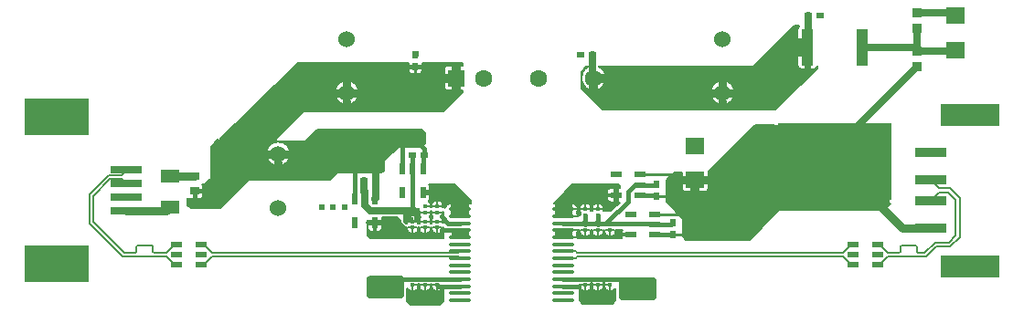
<source format=gtl>
G04 Layer: TopLayer*
G04 EasyEDA Pro v2.2.36.7, 2025-03-08 17:24:09*
G04 Gerber Generator version 0.3*
G04 Scale: 100 percent, Rotated: No, Reflected: No*
G04 Dimensions in millimeters*
G04 Leading zeros omitted, absolute positions, 4 integers and 5 decimals*
%FSLAX45Y45*%
%MOMM*%
%ADD10C,0.2032*%
%ADD11C,0.16708*%
%ADD12C,0.18929*%
%ADD13C,0.27508*%
%ADD14C,0.40013*%
%ADD15C,0.76708*%
%ADD16C,0.80508*%
%ADD17C,0.5191*%
%ADD18C,0.50508*%
%ADD19C,0.30508*%
%ADD20C,0.18708*%
%ADD21C,1.01282*%
%ADD22C,0.43708*%
%ADD23C,0.40508*%
%ADD24C,0.57208*%
%ADD25C,1.68435*%
%ADD26C,0.86907*%
%ADD27C,0.74759*%
%ADD28C,3.59534*%
%ADD29R,1.07201X0.532*%
%ADD30O,2.01549X0.36401*%
%ADD31R,1.13401X3.35854*%
%ADD32R,10.5664X7.18053*%
%ADD33R,1.6X1.6*%
%ADD34C,1.6*%
%ADD35R,5.49999X2.05001*%
%ADD36R,2.99999X0.9*%
%ADD37R,0.324X0.36843*%
%ADD38R,0.324X0.36843*%
%ADD39R,0.79009X0.54*%
%ADD40R,0.54X0.79009*%
%ADD41R,0.79009X0.54*%
%ADD42R,1.72799X1.19009*%
%ADD43R,0.86401X0.8*%
%ADD44R,0.86401X0.80648*%
%ADD45R,0.86401X0.80648*%
%ADD46R,1.0X0.6*%
%ADD47R,0.6X1.0*%
%ADD48C,1.524*%
%ADD49R,2.99999X0.7*%
%ADD50R,6.05X3.39999*%
%ADD51R,1.72799X1.48501*%
%ADD52C,0.6096*%
%ADD53C,0.15748*%
%ADD54C,0.381*%
%ADD55C,0.16002*%
%ADD56C,0.762*%
%ADD57C,0.635*%
%ADD58C,0.254*%
G75*


G04 Copper Start*
G36*
G01X3578860Y-2683908D02*
G01X3598308Y-2664460D01*
G01X3894692Y-2664460D01*
G01X3914140Y-2683908D01*
G01X3914140Y-2842892D01*
G01X3896992Y-2860040D01*
G01X3597348Y-2860040D01*
G01X3578860Y-2841552D01*
G01X3578860Y-2683908D01*
G37*
G36*
G01X3947160Y-2894365D02*
G01X3947160Y-2858742D01*
G01X3949246Y-2853087D01*
G01X3949954Y-2847100D01*
G01X3949954Y-2773802D01*
G01X3954908Y-2784117D01*
G01X3962862Y-2792342D01*
G01X3973004Y-2797639D01*
G01X3984300Y-2799467D01*
G01X4016700Y-2799467D01*
G01X4027767Y-2797714D01*
G01X4037751Y-2792627D01*
G01X4045674Y-2784704D01*
G01X4050761Y-2774720D01*
G01X4052514Y-2763653D01*
G01X4052514Y-2735072D01*
G01X4062786Y-2735072D01*
G01X4062786Y-2763653D01*
G01X4064539Y-2774720D01*
G01X4069626Y-2784704D01*
G01X4077549Y-2792627D01*
G01X4087533Y-2797714D01*
G01X4098600Y-2799467D01*
G01X4131000Y-2799467D01*
G01X4142067Y-2797714D01*
G01X4152051Y-2792627D01*
G01X4159974Y-2784704D01*
G01X4165061Y-2774720D01*
G01X4166814Y-2763653D01*
G01X4166814Y-2735072D01*
G01X4177086Y-2735072D01*
G01X4177086Y-2763653D01*
G01X4178839Y-2774720D01*
G01X4183926Y-2784704D01*
G01X4191849Y-2792627D01*
G01X4201833Y-2797714D01*
G01X4212900Y-2799467D01*
G01X4245300Y-2799467D01*
G01X4256367Y-2797714D01*
G01X4266351Y-2792627D01*
G01X4274274Y-2784704D01*
G01X4279361Y-2774720D01*
G01X4281114Y-2763653D01*
G01X4281114Y-2748096D01*
G01X4282440Y-2749422D01*
G01X4282440Y-2895705D01*
G01X4252592Y-2925553D01*
G01X3978348Y-2925553D01*
G01X3947160Y-2894365D01*
G37*
G36*
G01X2937852Y-683260D02*
G01X3963086Y-683260D01*
G01X3963086Y-754413D01*
G01X3964839Y-765480D01*
G01X3969926Y-775464D01*
G01X3977849Y-783387D01*
G01X3987833Y-788474D01*
G01X3998900Y-790227D01*
G01X4052900Y-790227D01*
G01X4063967Y-788474D01*
G01X4073951Y-783387D01*
G01X4081874Y-775464D01*
G01X4086961Y-765480D01*
G01X4088714Y-754413D01*
G01X4088714Y-683260D01*
G01X4460240Y-683260D01*
G01X4460240Y-709686D01*
G01X4326895Y-709686D01*
G01X4315828Y-711439D01*
G01X4305844Y-716526D01*
G01X4297921Y-724449D01*
G01X4292834Y-734433D01*
G01X4291081Y-745500D01*
G01X4291081Y-905500D01*
G01X4292834Y-916567D01*
G01X4297921Y-926551D01*
G01X4305844Y-934474D01*
G01X4315828Y-939561D01*
G01X4326895Y-941314D01*
G01X4460240Y-941314D01*
G01X4460240Y-955314D01*
G01X4282714Y-1132840D01*
G01X2997200Y-1132840D01*
G01X2993312Y-1133613D01*
G01X2990016Y-1135816D01*
G01X2736016Y-1389816D01*
G01X2733813Y-1393112D01*
G01X2733040Y-1397000D01*
G01X2733040Y-1399540D01*
G01X2207860Y-1399540D01*
G01X2665125Y-950864D01*
G01X3279364Y-950864D01*
G01X3279364Y-971535D01*
G01X3283162Y-991854D01*
G01X3290629Y-1011128D01*
G01X3301511Y-1028703D01*
G01X3315437Y-1043979D01*
G01X3331932Y-1056436D01*
G01X3350436Y-1065649D01*
G01X3370317Y-1071306D01*
G01X3390900Y-1073213D01*
G01X3390900Y-1073213D01*
G01X3411483Y-1071306D01*
G01X3431364Y-1065649D01*
G01X3449868Y-1056436D01*
G01X3466363Y-1043979D01*
G01X3480289Y-1028703D01*
G01X3491171Y-1011128D01*
G01X3498638Y-991854D01*
G01X3502436Y-971535D01*
G01X3502436Y-950864D01*
G01X3498638Y-930545D01*
G01X3491171Y-911271D01*
G01X3480289Y-893696D01*
G01X3466363Y-878420D01*
G01X3449868Y-865963D01*
G01X3431364Y-856750D01*
G01X3411483Y-851093D01*
G01X3390900Y-849185D01*
G01X3370317Y-851093D01*
G01X3350436Y-856750D01*
G01X3331932Y-865963D01*
G01X3315437Y-878420D01*
G01X3301511Y-893696D01*
G01X3290629Y-911271D01*
G01X3283162Y-930545D01*
G01X3279364Y-950864D01*
G01X2665125Y-950864D01*
G01X2937852Y-683260D01*
G37*
G36*
G01X3578860Y-2150508D02*
G01X3585182Y-2144186D01*
G01X3585182Y-2217407D01*
G01X3586935Y-2228474D01*
G01X3592022Y-2238458D01*
G01X3599945Y-2246381D01*
G01X3609929Y-2251468D01*
G01X3620996Y-2253221D01*
G01X3680996Y-2253221D01*
G01X3692063Y-2251468D01*
G01X3702047Y-2246381D01*
G01X3709970Y-2238458D01*
G01X3715057Y-2228474D01*
G01X3716810Y-2217407D01*
G01X3716810Y-2118360D01*
G01X3856592Y-2118360D01*
G01X3885946Y-2147714D01*
G01X3885946Y-2159000D01*
G01X3887899Y-2168817D01*
G01X3893460Y-2177140D01*
G01X3918860Y-2202540D01*
G01X3927183Y-2208101D01*
G01X3937000Y-2210054D01*
G01X3948486Y-2210054D01*
G01X3948486Y-2230253D01*
G01X3950239Y-2241320D01*
G01X3955326Y-2251304D01*
G01X3963249Y-2259227D01*
G01X3973233Y-2264314D01*
G01X3984300Y-2266067D01*
G01X4016700Y-2266067D01*
G01X4027767Y-2264314D01*
G01X4037751Y-2259227D01*
G01X4045674Y-2251304D01*
G01X4050761Y-2241320D01*
G01X4052514Y-2230253D01*
G01X4052514Y-2210054D01*
G01X4062786Y-2210054D01*
G01X4062786Y-2230253D01*
G01X4064539Y-2241320D01*
G01X4069626Y-2251304D01*
G01X4077549Y-2259227D01*
G01X4087533Y-2264314D01*
G01X4098600Y-2266067D01*
G01X4131000Y-2266067D01*
G01X4142067Y-2264314D01*
G01X4152051Y-2259227D01*
G01X4159974Y-2251304D01*
G01X4165061Y-2241320D01*
G01X4166814Y-2230253D01*
G01X4166814Y-2210054D01*
G01X4177086Y-2210054D01*
G01X4177086Y-2230253D01*
G01X4178839Y-2241320D01*
G01X4183926Y-2251304D01*
G01X4191849Y-2259227D01*
G01X4201833Y-2264314D01*
G01X4212900Y-2266067D01*
G01X4245300Y-2266067D01*
G01X4256367Y-2264314D01*
G01X4266351Y-2259227D01*
G01X4274274Y-2251304D01*
G01X4279361Y-2241320D01*
G01X4281114Y-2230253D01*
G01X4281114Y-2210025D01*
G01X4282573Y-2209914D01*
G01X4282573Y-2307059D01*
G01X4275692Y-2313940D01*
G01X3611008Y-2313940D01*
G01X3578860Y-2281792D01*
G01X3578860Y-2150508D01*
G37*
G36*
G01X5543198Y-2742979D02*
G01X5548686Y-2737491D01*
G01X5548686Y-2763653D01*
G01X5550439Y-2774720D01*
G01X5555526Y-2784704D01*
G01X5563449Y-2792627D01*
G01X5573433Y-2797714D01*
G01X5584500Y-2799467D01*
G01X5616900Y-2799467D01*
G01X5627967Y-2797714D01*
G01X5637951Y-2792627D01*
G01X5645874Y-2784704D01*
G01X5650961Y-2774720D01*
G01X5652714Y-2763653D01*
G01X5652714Y-2726811D01*
G01X5652564Y-2723530D01*
G01X5663136Y-2723530D01*
G01X5662986Y-2726811D01*
G01X5662986Y-2763653D01*
G01X5664739Y-2774720D01*
G01X5669826Y-2784704D01*
G01X5677749Y-2792627D01*
G01X5687733Y-2797714D01*
G01X5698800Y-2799467D01*
G01X5731200Y-2799467D01*
G01X5742267Y-2797714D01*
G01X5752251Y-2792627D01*
G01X5760174Y-2784704D01*
G01X5765261Y-2774720D01*
G01X5767014Y-2763653D01*
G01X5767014Y-2726811D01*
G01X5766864Y-2723530D01*
G01X5777436Y-2723530D01*
G01X5777286Y-2726811D01*
G01X5777286Y-2763653D01*
G01X5779039Y-2774720D01*
G01X5784126Y-2784704D01*
G01X5792049Y-2792627D01*
G01X5802033Y-2797714D01*
G01X5813100Y-2799467D01*
G01X5845500Y-2799467D01*
G01X5855828Y-2797946D01*
G01X5865279Y-2793510D01*
G01X5873049Y-2786538D01*
G01X5878478Y-2777621D01*
G01X5878478Y-2889262D01*
G01X5848630Y-2919110D01*
G01X5574386Y-2919110D01*
G01X5543198Y-2887922D01*
G01X5543198Y-2742979D01*
G37*
G36*
G01X5915660Y-2702958D02*
G01X5935108Y-2683510D01*
G01X6231492Y-2683510D01*
G01X6250940Y-2702958D01*
G01X6250940Y-2861942D01*
G01X6233792Y-2879090D01*
G01X5934148Y-2879090D01*
G01X5915660Y-2860602D01*
G01X5915660Y-2702958D01*
G37*
G36*
G01X5881314Y-2232660D02*
G01X5942430Y-2232660D01*
G01X5939332Y-2240774D01*
G01X5938279Y-2249396D01*
G01X5938279Y-2309396D01*
G01X5938568Y-2313940D01*
G01X5530004Y-2313940D01*
G01X5531496Y-2302152D01*
G01X5530374Y-2290323D01*
G01X5526694Y-2279026D01*
G01X5520632Y-2268807D01*
G01X5527072Y-2257733D01*
G01X5530723Y-2245454D01*
G01X5531379Y-2232660D01*
G01X5548686Y-2232660D01*
G01X5548686Y-2255653D01*
G01X5550439Y-2266720D01*
G01X5555526Y-2276704D01*
G01X5563449Y-2284627D01*
G01X5573433Y-2289714D01*
G01X5584500Y-2291467D01*
G01X5616900Y-2291467D01*
G01X5627967Y-2289714D01*
G01X5637951Y-2284627D01*
G01X5645874Y-2276704D01*
G01X5650961Y-2266720D01*
G01X5652714Y-2255653D01*
G01X5652714Y-2232660D01*
G01X5662986Y-2232660D01*
G01X5662986Y-2255653D01*
G01X5664739Y-2266720D01*
G01X5669826Y-2276704D01*
G01X5677749Y-2284627D01*
G01X5687733Y-2289714D01*
G01X5698800Y-2291467D01*
G01X5731200Y-2291467D01*
G01X5742267Y-2289714D01*
G01X5752251Y-2284627D01*
G01X5760174Y-2276704D01*
G01X5765261Y-2266720D01*
G01X5767014Y-2255653D01*
G01X5767014Y-2232660D01*
G01X5777286Y-2232660D01*
G01X5777286Y-2255653D01*
G01X5779039Y-2266720D01*
G01X5784126Y-2276704D01*
G01X5792049Y-2284627D01*
G01X5802033Y-2289714D01*
G01X5813100Y-2291467D01*
G01X5845500Y-2291467D01*
G01X5856567Y-2289714D01*
G01X5866551Y-2284627D01*
G01X5874474Y-2276704D01*
G01X5879561Y-2266720D01*
G01X5881314Y-2255653D01*
G01X5881314Y-2232660D01*
G37*
G36*
G01X5312340Y-1987297D02*
G01X5306060Y-1987664D01*
G01X5306060Y-1985408D01*
G01X5477908Y-1813560D01*
G01X5903010Y-1813560D01*
G01X5920740Y-1831290D01*
G01X5920740Y-1845282D01*
G01X5834393Y-1845282D01*
G01X5823326Y-1847035D01*
G01X5813342Y-1852122D01*
G01X5805419Y-1860045D01*
G01X5800332Y-1870029D01*
G01X5798579Y-1881096D01*
G01X5798579Y-1941096D01*
G01X5800332Y-1952163D01*
G01X5805419Y-1962147D01*
G01X5813342Y-1970070D01*
G01X5823326Y-1975157D01*
G01X5834393Y-1976910D01*
G01X5920740Y-1976885D01*
G01X5920740Y-1976992D01*
G01X5837792Y-2059940D01*
G01X5767014Y-2059940D01*
G01X5767014Y-2024247D01*
G01X5765261Y-2013180D01*
G01X5760174Y-2003196D01*
G01X5752251Y-1995273D01*
G01X5742267Y-1990186D01*
G01X5731200Y-1988433D01*
G01X5698800Y-1988433D01*
G01X5687733Y-1990186D01*
G01X5677749Y-1995273D01*
G01X5669826Y-2003196D01*
G01X5664739Y-2013180D01*
G01X5662986Y-2024247D01*
G01X5662986Y-2059940D01*
G01X5652714Y-2059940D01*
G01X5652714Y-2024247D01*
G01X5650961Y-2013180D01*
G01X5645874Y-2003196D01*
G01X5637951Y-1995273D01*
G01X5627967Y-1990186D01*
G01X5616900Y-1988433D01*
G01X5584500Y-1988433D01*
G01X5573433Y-1990186D01*
G01X5563449Y-1995273D01*
G01X5555526Y-2003196D01*
G01X5550439Y-2013180D01*
G01X5548686Y-2024247D01*
G01X5548686Y-2061089D01*
G01X5549740Y-2069713D01*
G01X5552838Y-2077828D01*
G01X5557800Y-2084959D01*
G01X5557429Y-2086302D01*
G01X5533353Y-2110378D01*
G01X5531349Y-2110378D01*
G01X5530770Y-2097441D01*
G01X5527127Y-2085014D01*
G01X5520632Y-2073811D01*
G01X5527253Y-2062313D01*
G01X5530871Y-2049547D01*
G01X5531268Y-2036285D01*
G01X5528420Y-2023326D01*
G01X5522499Y-2011452D01*
G01X5513862Y-2001380D01*
G01X5503030Y-1993718D01*
G01X5490656Y-1988927D01*
G01X5477488Y-1987297D01*
G01X5312340Y-1987297D01*
G37*
G36*
G01X3941208Y-2054860D02*
G01X4062786Y-2054860D01*
G01X4062786Y-2090553D01*
G01X4063853Y-2099232D01*
G01X4066992Y-2107393D01*
G01X4072014Y-2114550D01*
G01X4066992Y-2121707D01*
G01X4063853Y-2129868D01*
G01X4062786Y-2138547D01*
G01X4062786Y-2174240D01*
G01X4052514Y-2174240D01*
G01X4052514Y-2138547D01*
G01X4050761Y-2127480D01*
G01X4045674Y-2117496D01*
G01X4037751Y-2109573D01*
G01X4027767Y-2104486D01*
G01X4016700Y-2102733D01*
G01X3984300Y-2102733D01*
G01X3973233Y-2104486D01*
G01X3963249Y-2109573D01*
G01X3955326Y-2117496D01*
G01X3950239Y-2127480D01*
G01X3948486Y-2138547D01*
G01X3948486Y-2174240D01*
G01X3941208Y-2174240D01*
G01X3921760Y-2154792D01*
G01X3921760Y-2074308D01*
G01X3941208Y-2054860D01*
G37*
G36*
G01X4166814Y-2090553D02*
G01X4166814Y-2054860D01*
G01X4177086Y-2054860D01*
G01X4177086Y-2090553D01*
G01X4178153Y-2099232D01*
G01X4181292Y-2107393D01*
G01X4186314Y-2114550D01*
G01X4181292Y-2121707D01*
G01X4178153Y-2129868D01*
G01X4177086Y-2138547D01*
G01X4177086Y-2174240D01*
G01X4166814Y-2174240D01*
G01X4166814Y-2138547D01*
G01X4165747Y-2129868D01*
G01X4162608Y-2121707D01*
G01X4157586Y-2114550D01*
G01X4162608Y-2107393D01*
G01X4165747Y-2099232D01*
G01X4166814Y-2090553D01*
G37*
G36*
G01X4281114Y-2090553D02*
G01X4281114Y-2063242D01*
G01X4283400Y-2065528D01*
G01X4283400Y-2166531D01*
G01X4281114Y-2168817D01*
G01X4281114Y-2138547D01*
G01X4280047Y-2129868D01*
G01X4276908Y-2121707D01*
G01X4271886Y-2114550D01*
G01X4276908Y-2107393D01*
G01X4280047Y-2099232D01*
G01X4281114Y-2090553D01*
G37*
G36*
G01X4161310Y-1838007D02*
G01X4160193Y-1829131D01*
G01X4156910Y-1820809D01*
G01X4151668Y-1813560D01*
G01X4389992Y-1813560D01*
G01X4536440Y-1960008D01*
G01X4536440Y-1990738D01*
G01X4527110Y-1988164D01*
G01X4517470Y-1987297D01*
G01X4352322Y-1987297D01*
G01X4340049Y-1988710D01*
G01X4328419Y-1992874D01*
G01X4318039Y-1999572D01*
G01X4309452Y-2008452D01*
G01X4303107Y-2019052D01*
G01X4299337Y-2030816D01*
G01X4295081Y-2026560D01*
G01X4288660Y-2021879D01*
G01X4281114Y-2019388D01*
G01X4281114Y-1998847D01*
G01X4279361Y-1987780D01*
G01X4274274Y-1977796D01*
G01X4266351Y-1969873D01*
G01X4256367Y-1964786D01*
G01X4245300Y-1963033D01*
G01X4212900Y-1963033D01*
G01X4201833Y-1964786D01*
G01X4191849Y-1969873D01*
G01X4183926Y-1977796D01*
G01X4178839Y-1987780D01*
G01X4177086Y-1998847D01*
G01X4177086Y-2019046D01*
G01X4166814Y-2019046D01*
G01X4166814Y-1998847D01*
G01X4165440Y-1989021D01*
G01X4161423Y-1979950D01*
G01X4155071Y-1972328D01*
G01X4146873Y-1966742D01*
G01X4154628Y-1958840D01*
G01X4159598Y-1948946D01*
G01X4161310Y-1938007D01*
G01X4161310Y-1838007D01*
G37*
G36*
G01X1915160Y-2002392D02*
G01X1915160Y-1940988D01*
G01X1922067Y-1945477D01*
G01X1929817Y-1948269D01*
G01X1938000Y-1949216D01*
G01X2024400Y-1949216D01*
G01X2035467Y-1947463D01*
G01X2045451Y-1942376D01*
G01X2053374Y-1934453D01*
G01X2058461Y-1924469D01*
G01X2060214Y-1913402D01*
G01X2060214Y-1833402D01*
G01X2058549Y-1822646D01*
G01X2053731Y-1812887D01*
G01X2053763Y-1812887D01*
G01X2057400Y-1813560D01*
G01X2070100Y-1813560D01*
G01X2073988Y-1812787D01*
G01X2077284Y-1810584D01*
G01X2128084Y-1759784D01*
G01X2130287Y-1756488D01*
G01X2131060Y-1752600D01*
G01X2131060Y-1517665D01*
G01X2644364Y-1517665D01*
G01X2644364Y-1538336D01*
G01X2648162Y-1558655D01*
G01X2655629Y-1577929D01*
G01X2666511Y-1595504D01*
G01X2680437Y-1610780D01*
G01X2696932Y-1623237D01*
G01X2715436Y-1632450D01*
G01X2735317Y-1638107D01*
G01X2755900Y-1640014D01*
G01X2776483Y-1638107D01*
G01X2796364Y-1632450D01*
G01X2814868Y-1623237D01*
G01X2831363Y-1610780D01*
G01X2845289Y-1595504D01*
G01X2856171Y-1577929D01*
G01X2863638Y-1558655D01*
G01X2867436Y-1538336D01*
G01X2867436Y-1517665D01*
G01X2863638Y-1497346D01*
G01X2856171Y-1478072D01*
G01X2845289Y-1460497D01*
G01X2831363Y-1445221D01*
G01X2814868Y-1432764D01*
G01X2796364Y-1423551D01*
G01X2776483Y-1417894D01*
G01X2755900Y-1415986D01*
G01X2755900Y-1415986D01*
G01X2735317Y-1417894D01*
G01X2715436Y-1423551D01*
G01X2696932Y-1432764D01*
G01X2680437Y-1445221D01*
G01X2666511Y-1460497D01*
G01X2655629Y-1478072D01*
G01X2648162Y-1497346D01*
G01X2644364Y-1517665D01*
G01X2131060Y-1517665D01*
G01X2131060Y-1464708D01*
G01X2197100Y-1398668D01*
G01X2204986Y-1406554D01*
G01X2208282Y-1408757D01*
G01X2212170Y-1409530D01*
G01X3009900Y-1409530D01*
G01X3013788Y-1408757D01*
G01X3017084Y-1406554D01*
G01X3118079Y-1305560D01*
G01X4085192Y-1305560D01*
G01X4117340Y-1337708D01*
G01X4117340Y-1430892D01*
G01X4085192Y-1463040D01*
G01X3875917Y-1463040D01*
G01X3872066Y-1463798D01*
G01X3868789Y-1465960D01*
G01X3739373Y-1593356D01*
G01X3737129Y-1596672D01*
G01X3736340Y-1600597D01*
G01X3736340Y-1681711D01*
G01X3710884Y-1704340D01*
G01X3302000Y-1704340D01*
G01X3298112Y-1705113D01*
G01X3294816Y-1707316D01*
G01X3234292Y-1767840D01*
G01X2491449Y-1767840D01*
G01X2487561Y-1768613D01*
G01X2484265Y-1770816D01*
G01X2220541Y-2034540D01*
G01X1947308Y-2034540D01*
G01X1915160Y-2002392D01*
G37*
G36*
G01X5607182Y-719087D02*
G01X5631189Y-719087D01*
G01X5612645Y-729142D01*
G01X5596233Y-742394D01*
G01X5582497Y-758404D01*
G01X5571893Y-776639D01*
G01X5564772Y-796495D01*
G01X5561371Y-817314D01*
G01X5561802Y-838404D01*
G01X5566052Y-859065D01*
G01X5573979Y-878614D01*
G01X5585320Y-896400D01*
G01X5599699Y-911834D01*
G01X5616639Y-924404D01*
G01X5635578Y-933693D01*
G01X5655888Y-939393D01*
G01X5676895Y-941314D01*
G01X5697902Y-939393D01*
G01X5718212Y-933693D01*
G01X5737151Y-924404D01*
G01X5754091Y-911834D01*
G01X5768470Y-896400D01*
G01X5779811Y-878614D01*
G01X5787738Y-859065D01*
G01X5791988Y-838404D01*
G01X5792419Y-817314D01*
G01X5789018Y-796495D01*
G01X5781897Y-776639D01*
G01X5771293Y-758404D01*
G01X5757557Y-742394D01*
G01X5741145Y-729142D01*
G01X5722601Y-719087D01*
G01X7151767Y-719087D01*
G01X7155655Y-718313D01*
G01X7158951Y-716111D01*
G01X7534487Y-340575D01*
G01X7581410Y-340575D01*
G01X7572941Y-348548D01*
G01X7567474Y-358814D01*
G01X7565586Y-370291D01*
G01X7565586Y-706145D01*
G01X7567338Y-717213D01*
G01X7572425Y-727196D01*
G01X7580349Y-735120D01*
G01X7590332Y-740207D01*
G01X7601400Y-741959D01*
G01X7714800Y-741959D01*
G01X7726450Y-740012D01*
G01X7736833Y-734381D01*
G01X7744819Y-725679D01*
G01X7749540Y-714852D01*
G01X7749540Y-732392D01*
G01X7361792Y-1120140D01*
G01X5757308Y-1120140D01*
G01X5588033Y-950864D01*
G01X6759164Y-950864D01*
G01X6759164Y-971535D01*
G01X6762962Y-991854D01*
G01X6770429Y-1011128D01*
G01X6781311Y-1028703D01*
G01X6795237Y-1043979D01*
G01X6811732Y-1056436D01*
G01X6830236Y-1065649D01*
G01X6850117Y-1071306D01*
G01X6870700Y-1073213D01*
G01X6870700Y-1073213D01*
G01X6891283Y-1071306D01*
G01X6911164Y-1065649D01*
G01X6929668Y-1056436D01*
G01X6946163Y-1043979D01*
G01X6960089Y-1028703D01*
G01X6970971Y-1011128D01*
G01X6978438Y-991854D01*
G01X6982236Y-971535D01*
G01X6982236Y-950864D01*
G01X6978438Y-930545D01*
G01X6970971Y-911271D01*
G01X6960089Y-893696D01*
G01X6946163Y-878420D01*
G01X6929668Y-865963D01*
G01X6911164Y-856750D01*
G01X6891283Y-851093D01*
G01X6870700Y-849185D01*
G01X6850117Y-851093D01*
G01X6830236Y-856750D01*
G01X6811732Y-865963D01*
G01X6795237Y-878420D01*
G01X6781311Y-893696D01*
G01X6770429Y-911271D01*
G01X6762962Y-930545D01*
G01X6759164Y-950864D01*
G01X5588033Y-950864D01*
G01X5560060Y-922892D01*
G01X5560060Y-766208D01*
G01X5607182Y-719087D01*
G37*
G36*
G01X6429355Y-1699260D02*
G01X6494487Y-1699260D01*
G01X6494487Y-1846409D01*
G01X6496239Y-1857476D01*
G01X6501326Y-1867459D01*
G01X6509250Y-1875383D01*
G01X6519233Y-1880470D01*
G01X6530301Y-1882223D01*
G01X6703099Y-1882223D01*
G01X6714167Y-1880470D01*
G01X6724150Y-1875383D01*
G01X6732074Y-1867459D01*
G01X6737161Y-1857476D01*
G01X6738913Y-1846409D01*
G01X6738913Y-1697907D01*
G01X6738841Y-1695628D01*
G01X7174625Y-1259844D01*
G01X7347966Y-1259844D01*
G01X7347966Y-1954393D01*
G01X7349719Y-1965460D01*
G01X7354806Y-1975444D01*
G01X7362729Y-1983367D01*
G01X7372713Y-1988454D01*
G01X7383780Y-1990207D01*
G01X8422125Y-1990207D01*
G01X8365092Y-2047240D01*
G01X7404100Y-2047240D01*
G01X7400212Y-2048013D01*
G01X7396916Y-2050216D01*
G01X7120492Y-2326640D01*
G01X6532008Y-2326640D01*
G01X6499860Y-2294492D01*
G01X6499860Y-2135478D01*
G01X6499151Y-2131748D01*
G01X6497122Y-2128539D01*
G01X6347460Y-1968463D01*
G01X6347460Y-1765183D01*
G01X6429355Y-1699260D01*
G37*
G54D10*
G01X3578860Y-2683908D02*
G01X3598308Y-2664460D01*
G01X3894692Y-2664460D01*
G01X3914140Y-2683908D01*
G01X3914140Y-2842892D01*
G01X3896992Y-2860040D01*
G01X3597348Y-2860040D01*
G01X3578860Y-2841552D01*
G01X3578860Y-2683908D01*
G01X3947160Y-2894365D02*
G01X3947160Y-2858742D01*
G03X3949954Y-2847100I-22860J11643D01*
G01X3949954Y-2773802D01*
G03X3984300Y-2799467I34346J10149D01*
G01X4016700Y-2799467D01*
G03X4052514Y-2763653I0J35814D01*
G01X4052514Y-2735072D01*
G01X4062786Y-2735072D01*
G01X4062786Y-2763653D01*
G03X4098600Y-2799467I35814J0D01*
G01X4131000Y-2799467D01*
G03X4166814Y-2763653I0J35814D01*
G01X4166814Y-2735072D01*
G01X4177086Y-2735072D01*
G01X4177086Y-2763653D01*
G03X4212900Y-2799467I35814J0D01*
G01X4245300Y-2799467D01*
G03X4281114Y-2763653I0J35814D01*
G01X4281114Y-2748096D01*
G01X4282440Y-2749422D01*
G01X4282440Y-2895705D01*
G01X4252592Y-2925553D01*
G01X3978348Y-2925553D01*
G01X3947160Y-2894365D01*
G01X2937852Y-683260D02*
G01X3963086Y-683260D01*
G01X3963086Y-754413D01*
G03X3998900Y-790227I35814J0D01*
G01X4052900Y-790227D01*
G03X4088714Y-754413I0J35814D01*
G01X4088714Y-683260D01*
G01X4460240Y-683260D01*
G01X4460240Y-709686D01*
G01X4326895Y-709686D01*
G03X4291081Y-745500I0J-35814D01*
G01X4291081Y-905500D01*
G03X4326895Y-941314I35814J0D01*
G01X4460240Y-941314D01*
G01X4460240Y-955314D01*
G01X4282714Y-1132840D01*
G01X2997200Y-1132840D01*
G03X2990016Y-1135816I0J-10160D01*
G01X2736016Y-1389816D01*
G03X2733040Y-1397000I7184J-7184D01*
G01X2733040Y-1399540D01*
G01X2207860Y-1399540D01*
G01X2937852Y-683260D01*
G01X3390900Y-1073213D02*
G03X3390900Y-849185I0J112014D01*
G03X3390900Y-1073213I0J-112014D01*
G01X3578860Y-2150508D02*
G01X3585182Y-2144186D01*
G01X3585182Y-2217407D01*
G03X3620996Y-2253221I35814J0D01*
G01X3680996Y-2253221D01*
G03X3716810Y-2217407I0J35814D01*
G01X3716810Y-2118360D01*
G01X3856592Y-2118360D01*
G01X3885946Y-2147714D01*
G01X3885946Y-2159000D01*
G03X3893460Y-2177140I25654J0D01*
G01X3918860Y-2202540D01*
G03X3937000Y-2210054I18140J18140D01*
G01X3948486Y-2210054D01*
G01X3948486Y-2230253D01*
G03X3984300Y-2266067I35814J0D01*
G01X4016700Y-2266067D01*
G03X4052514Y-2230253I0J35814D01*
G01X4052514Y-2210054D01*
G01X4062786Y-2210054D01*
G01X4062786Y-2230253D01*
G03X4098600Y-2266067I35814J0D01*
G01X4131000Y-2266067D01*
G03X4166814Y-2230253I0J35814D01*
G01X4166814Y-2210054D01*
G01X4177086Y-2210054D01*
G01X4177086Y-2230253D01*
G03X4212900Y-2266067I35814J0D01*
G01X4245300Y-2266067D01*
G03X4281114Y-2230253I0J35814D01*
G01X4281114Y-2210025D01*
G01X4282573Y-2209914D01*
G01X4282573Y-2307059D01*
G01X4275692Y-2313940D01*
G01X3611008Y-2313940D01*
G01X3578860Y-2281792D01*
G01X3578860Y-2150508D01*
G01X5543198Y-2742979D02*
G01X5548686Y-2737491D01*
G01X5548686Y-2763653D01*
G03X5584500Y-2799467I35814J0D01*
G01X5616900Y-2799467D01*
G03X5652714Y-2763653I0J35814D01*
G01X5652714Y-2726811D01*
G03X5652564Y-2723530I-35814J0D01*
G01X5663136Y-2723530D01*
G03X5662986Y-2726811I35663J-3280D01*
G01X5662986Y-2763653D01*
G03X5698800Y-2799467I35814J0D01*
G01X5731200Y-2799467D01*
G03X5767014Y-2763653I0J35814D01*
G01X5767014Y-2726811D01*
G03X5766864Y-2723530I-35814J0D01*
G01X5777436Y-2723530D01*
G03X5777286Y-2726811I35663J-3280D01*
G01X5777286Y-2763653D01*
G03X5813100Y-2799467I35814J0D01*
G01X5845500Y-2799467D01*
G03X5878478Y-2777621I0J35814D01*
G01X5878478Y-2889262D01*
G01X5848630Y-2919110D01*
G01X5574386Y-2919110D01*
G01X5543198Y-2887922D01*
G01X5543198Y-2742979D01*
G01X5915660Y-2702958D02*
G01X5935108Y-2683510D01*
G01X6231492Y-2683510D01*
G01X6250940Y-2702958D01*
G01X6250940Y-2861942D01*
G01X6233792Y-2879090D01*
G01X5934148Y-2879090D01*
G01X5915660Y-2860602D01*
G01X5915660Y-2702958D01*
G01X5881314Y-2232660D02*
G01X5942430Y-2232660D01*
G03X5938279Y-2249396I31663J-16736D01*
G01X5938279Y-2309396D01*
G03X5938568Y-2313940I35814J0D01*
G01X5530004Y-2313940D01*
G03X5520632Y-2268807I-52516J12634D01*
G03X5531379Y-2232660I-43143J32499D01*
G01X5548686Y-2232660D01*
G01X5548686Y-2255653D01*
G03X5584500Y-2291467I35814J0D01*
G01X5616900Y-2291467D01*
G03X5652714Y-2255653I0J35814D01*
G01X5652714Y-2232660D01*
G01X5662986Y-2232660D01*
G01X5662986Y-2255653D01*
G03X5698800Y-2291467I35814J0D01*
G01X5731200Y-2291467D01*
G03X5767014Y-2255653I0J35814D01*
G01X5767014Y-2232660D01*
G01X5777286Y-2232660D01*
G01X5777286Y-2255653D01*
G03X5813100Y-2291467I35814J0D01*
G01X5845500Y-2291467D01*
G03X5881314Y-2255653I0J35814D01*
G01X5881314Y-2232660D01*
G01X5312340Y-1987297D02*
G03X5306060Y-1987664I0J-54014D01*
G01X5306060Y-1985408D01*
G01X5477908Y-1813560D01*
G01X5903010Y-1813560D01*
G01X5920740Y-1831290D01*
G01X5920740Y-1845282D01*
G01X5834393Y-1845282D01*
G03X5798579Y-1881096I0J-35814D01*
G01X5798579Y-1941096D01*
G03X5834393Y-1976910I35814J0D01*
G01X5920740Y-1976885D01*
G01X5920740Y-1976992D01*
G01X5837792Y-2059940D01*
G01X5767014Y-2059940D01*
G01X5767014Y-2024247D01*
G03X5731200Y-1988433I-35814J0D01*
G01X5698800Y-1988433D01*
G03X5662986Y-2024247I0J-35814D01*
G01X5662986Y-2059940D01*
G01X5652714Y-2059940D01*
G01X5652714Y-2024247D01*
G03X5616900Y-1988433I-35814J0D01*
G01X5584500Y-1988433D01*
G03X5548686Y-2024247I0J-35814D01*
G01X5548686Y-2061089D01*
G03X5557800Y-2084959I35814J0D01*
G01X5557429Y-2086302D01*
G01X5533353Y-2110378D01*
G01X5531349Y-2110378D01*
G03X5520632Y-2073811I-53861J4068D01*
G03X5477488Y-1987297I-43143J32499D01*
G01X5312340Y-1987297D01*
G01X3941208Y-2054860D02*
G01X4062786Y-2054860D01*
G01X4062786Y-2090553D01*
G03X4072014Y-2114550I35814J0D01*
G03X4062786Y-2138547I26586J-23997D01*
G01X4062786Y-2174240D01*
G01X4052514Y-2174240D01*
G01X4052514Y-2138547D01*
G03X4016700Y-2102733I-35814J0D01*
G01X3984300Y-2102733D01*
G03X3948486Y-2138547I0J-35814D01*
G01X3948486Y-2174240D01*
G01X3941208Y-2174240D01*
G01X3921760Y-2154792D01*
G01X3921760Y-2074308D01*
G01X3941208Y-2054860D01*
G01X4166814Y-2090553D02*
G01X4166814Y-2054860D01*
G01X4177086Y-2054860D01*
G01X4177086Y-2090553D01*
G03X4186314Y-2114550I35814J0D01*
G03X4177086Y-2138547I26586J-23997D01*
G01X4177086Y-2174240D01*
G01X4166814Y-2174240D01*
G01X4166814Y-2138547D01*
G03X4157586Y-2114550I-35814J0D01*
G03X4166814Y-2090553I-26586J23997D01*
G01X4281114Y-2090553D02*
G01X4281114Y-2063242D01*
G01X4283400Y-2065528D01*
G01X4283400Y-2166531D01*
G01X4281114Y-2168817D01*
G01X4281114Y-2138547D01*
G03X4271886Y-2114550I-35814J0D01*
G03X4281114Y-2090553I-26586J23997D01*
G01X4161310Y-1838007D02*
G03X4151668Y-1813560I-35814J0D01*
G01X4389992Y-1813560D01*
G01X4536440Y-1960008D01*
G01X4536440Y-1990738D01*
G03X4517470Y-1987297I-18970J-50574D01*
G01X4352322Y-1987297D01*
G03X4299337Y-2030816I0J-54014D01*
G01X4295081Y-2026560D01*
G03X4281114Y-2019388I-18140J-18140D01*
G01X4281114Y-1998847D01*
G03X4245300Y-1963033I-35814J0D01*
G01X4212900Y-1963033D01*
G03X4177086Y-1998847I0J-35814D01*
G01X4177086Y-2019046D01*
G01X4166814Y-2019046D01*
G01X4166814Y-1998847D01*
G03X4146873Y-1966742I-35814J0D01*
G03X4161310Y-1938007I-21377J28735D01*
G01X4161310Y-1838007D01*
G01X1915160Y-2002392D02*
G01X1915160Y-1940988D01*
G03X1938000Y-1949216I22840J27586D01*
G01X2024400Y-1949216D01*
G03X2060214Y-1913402I0J35814D01*
G01X2060214Y-1833402D01*
G03X2053731Y-1812887I-35827J-40D01*
G01X2053763Y-1812887D01*
G03X2057400Y-1813560I3637J9487D01*
G01X2070100Y-1813560D01*
G03X2077284Y-1810584I0J10160D01*
G01X2128084Y-1759784D01*
G03X2131060Y-1752600I-7184J7184D01*
G01X2131060Y-1464708D01*
G01X2197100Y-1398668D01*
G01X2204986Y-1406554D01*
G03X2212170Y-1409530I7184J7184D01*
G01X3009900Y-1409530D01*
G03X3017084Y-1406554I0J10160D01*
G01X3118079Y-1305560D01*
G01X4085192Y-1305560D01*
G01X4117340Y-1337708D01*
G01X4117340Y-1430892D01*
G01X4085192Y-1463040D01*
G01X3875917Y-1463040D01*
G03X3868789Y-1465960I0J-10160D01*
G01X3739373Y-1593356D01*
G03X3736340Y-1600597I7127J-7240D01*
G01X3736340Y-1681711D01*
G01X3710884Y-1704340D01*
G01X3302000Y-1704340D01*
G03X3294816Y-1707316I0J-10160D01*
G01X3234292Y-1767840D01*
G01X2491449Y-1767840D01*
G03X2484265Y-1770816I0J-10160D01*
G01X2220541Y-2034540D01*
G01X1947308Y-2034540D01*
G01X1915160Y-2002392D01*
G01X2755900Y-1415986D02*
G03X2755900Y-1640014I0J-112014D01*
G03X2755900Y-1415986I0J112014D01*
G01X5607182Y-719087D02*
G01X5631189Y-719087D01*
G03X5676895Y-941314I45706J-106413D01*
G03X5722601Y-719087I0J115814D01*
G01X7151767Y-719087D01*
G03X7158951Y-716111I0J10160D01*
G01X7534487Y-340575D01*
G01X7581410Y-340575D01*
G03X7565586Y-370291I19990J-29716D01*
G01X7565586Y-706145D01*
G03X7601400Y-741959I35814J0D01*
G01X7714800Y-741959D01*
G03X7749540Y-714852I0J35814D01*
G01X7749540Y-732392D01*
G01X7361792Y-1120140D01*
G01X5757308Y-1120140D01*
G01X5560060Y-922892D01*
G01X5560060Y-766208D01*
G01X5607182Y-719087D01*
G01X6870700Y-1073213D02*
G03X6870700Y-849185I0J112014D01*
G03X6870700Y-1073213I0J-112014D01*
G01X6429355Y-1699260D02*
G01X6494487Y-1699260D01*
G01X6494487Y-1846409D01*
G03X6530301Y-1882223I35814J0D01*
G01X6703099Y-1882223D01*
G03X6738913Y-1846409I0J35814D01*
G01X6738913Y-1697907D01*
G01X6738841Y-1695628D01*
G01X7174625Y-1259844D01*
G01X7347966Y-1259844D01*
G01X7347966Y-1954393D01*
G03X7383780Y-1990207I35814J0D01*
G01X8422125Y-1990207D01*
G01X8365092Y-2047240D01*
G01X7404100Y-2047240D01*
G03X7396916Y-2050216I0J-10160D01*
G01X7120492Y-2326640D01*
G01X6532008Y-2326640D01*
G01X6499860Y-2294492D01*
G01X6499860Y-2135478D01*
G03X6497122Y-2128539I-10160J0D01*
G01X6347460Y-1968463D01*
G01X6347460Y-1765183D01*
G01X6429355Y-1699260D01*
G54D11*
G01X4000500Y-2763399D02*
G01X4000500Y-2789307D01*
G54D12*
G01X4016446Y-2745232D02*
G01X4042354Y-2745232D01*
G54D11*
G01X4114800Y-2763399D02*
G01X4114800Y-2789307D01*
G54D12*
G01X4098854Y-2745232D02*
G01X4072946Y-2745232D01*
G01X4130746Y-2745232D02*
G01X4156654Y-2745232D01*
G54D11*
G01X4229100Y-2763399D02*
G01X4229100Y-2789307D01*
G54D12*
G01X4213154Y-2745232D02*
G01X4187246Y-2745232D01*
G54D13*
G01X4025900Y-754159D02*
G01X4025900Y-780067D01*
G54D14*
G01X3999154Y-714908D02*
G01X3973246Y-714908D01*
G01X4052646Y-714908D02*
G01X4078554Y-714908D01*
G54D15*
G01X3390900Y-1037145D02*
G01X3390900Y-1063053D01*
G01X3390900Y-885253D02*
G01X3390900Y-859345D01*
G01X3314954Y-961199D02*
G01X3289046Y-961199D01*
G01X3466846Y-961199D02*
G01X3492754Y-961199D01*
G54D16*
G01X4327149Y-825500D02*
G01X4301241Y-825500D01*
G01X4406895Y-745754D02*
G01X4406895Y-719846D01*
G01X4406895Y-905246D02*
G01X4406895Y-931154D01*
G54D11*
G01X4114800Y-2229999D02*
G01X4114800Y-2255907D01*
G54D12*
G01X4130746Y-2211832D02*
G01X4156654Y-2211832D01*
G01X4098854Y-2211832D02*
G01X4072946Y-2211832D01*
G54D11*
G01X4229100Y-2229999D02*
G01X4229100Y-2255907D01*
G54D12*
G01X4245046Y-2211832D02*
G01X4270954Y-2211832D01*
G01X4213154Y-2211832D02*
G01X4187246Y-2211832D01*
G54D18*
G01X3680742Y-2167407D02*
G01X3706650Y-2167407D01*
G01X3621250Y-2167407D02*
G01X3595342Y-2167407D01*
G54D19*
G01X3650996Y-2217153D02*
G01X3650996Y-2243061D01*
G54D11*
G01X4000500Y-2229999D02*
G01X4000500Y-2255907D01*
G54D12*
G01X3984554Y-2211832D02*
G01X3958646Y-2211832D01*
G01X4016446Y-2211832D02*
G01X4042354Y-2211832D01*
G54D11*
G01X5829300Y-2763399D02*
G01X5829300Y-2789307D01*
G54D12*
G01X5813354Y-2745232D02*
G01X5787446Y-2745232D01*
G54D11*
G01X5600700Y-2763399D02*
G01X5600700Y-2789307D01*
G54D12*
G01X5584754Y-2745232D02*
G01X5558846Y-2745232D01*
G01X5616646Y-2745232D02*
G01X5642554Y-2745232D01*
G54D11*
G01X5715000Y-2763399D02*
G01X5715000Y-2789307D01*
G54D12*
G01X5699054Y-2745232D02*
G01X5673146Y-2745232D01*
G01X5730946Y-2745232D02*
G01X5756854Y-2745232D01*
G54D20*
G01X5495435Y-2301306D02*
G01X5521343Y-2301306D01*
G54D19*
G01X5974347Y-2279396D02*
G01X5948439Y-2279396D01*
G54D11*
G01X5600700Y-2255399D02*
G01X5600700Y-2281307D01*
G54D12*
G01X5616646Y-2237232D02*
G01X5642554Y-2237232D01*
G01X5584754Y-2237232D02*
G01X5558846Y-2237232D01*
G54D11*
G01X5715000Y-2255399D02*
G01X5715000Y-2281307D01*
G54D12*
G01X5730946Y-2237232D02*
G01X5756854Y-2237232D01*
G01X5699054Y-2237232D02*
G01X5673146Y-2237232D01*
G54D11*
G01X5829300Y-2255399D02*
G01X5829300Y-2281307D01*
G54D12*
G01X5813354Y-2237232D02*
G01X5787446Y-2237232D01*
G01X5845246Y-2237232D02*
G01X5871154Y-2237232D01*
G54D20*
G01X5495435Y-2236307D02*
G01X5521343Y-2236307D01*
G54D11*
G01X5600700Y-2024501D02*
G01X5600700Y-1998593D01*
G54D12*
G01X5584754Y-2042668D02*
G01X5558846Y-2042668D01*
G01X5616646Y-2042668D02*
G01X5642554Y-2042668D01*
G54D11*
G01X5715000Y-2024501D02*
G01X5715000Y-1998593D01*
G54D12*
G01X5730946Y-2042668D02*
G01X5756854Y-2042668D01*
G01X5699054Y-2042668D02*
G01X5673146Y-2042668D01*
G54D21*
G01X5394914Y-2023365D02*
G01X5394914Y-1997457D01*
G54D20*
G01X5495435Y-2041312D02*
G01X5521343Y-2041312D01*
G54D18*
G01X5884393Y-1940842D02*
G01X5884393Y-1966750D01*
G01X5884393Y-1881350D02*
G01X5884393Y-1855442D01*
G54D19*
G01X5834647Y-1911096D02*
G01X5808739Y-1911096D01*
G54D20*
G01X5495435Y-2106310D02*
G01X5521343Y-2106310D01*
G54D11*
G01X4000500Y-2138801D02*
G01X4000500Y-2112893D01*
G54D12*
G01X3984554Y-2156968D02*
G01X3958646Y-2156968D01*
G01X4016446Y-2156968D02*
G01X4042354Y-2156968D01*
G01X4213154Y-2072132D02*
G01X4187246Y-2072132D01*
G01X4245046Y-2072132D02*
G01X4270954Y-2072132D01*
G01X4245046Y-2156968D02*
G01X4270954Y-2156968D01*
G01X4213154Y-2156968D02*
G01X4187246Y-2156968D01*
G01X4130746Y-2156968D02*
G01X4156654Y-2156968D01*
G01X4098854Y-2156968D02*
G01X4072946Y-2156968D01*
G01X4130746Y-2072132D02*
G01X4156654Y-2072132D01*
G01X4098854Y-2072132D02*
G01X4072946Y-2072132D01*
G01X4130746Y-2017268D02*
G01X4156654Y-2017268D01*
G01X4245046Y-2017268D02*
G01X4270954Y-2017268D01*
G01X4213154Y-2017268D02*
G01X4187246Y-2017268D01*
G54D11*
G01X4229100Y-1999101D02*
G01X4229100Y-1973193D01*
G54D18*
G01X4125242Y-1888007D02*
G01X4151150Y-1888007D01*
G54D22*
G01X1981200Y-1913148D02*
G01X1981200Y-1939056D01*
G54D23*
G01X2024146Y-1873402D02*
G01X2050054Y-1873402D01*
G54D15*
G01X2755900Y-1603946D02*
G01X2755900Y-1629854D01*
G01X2831846Y-1528000D02*
G01X2857754Y-1528000D01*
G01X2679954Y-1528000D02*
G01X2654046Y-1528000D01*
G54D24*
G01X7658100Y-705891D02*
G01X7658100Y-731799D01*
G54D25*
G01X7601654Y-538218D02*
G01X7575746Y-538218D01*
G54D16*
G01X5756641Y-825500D02*
G01X5782549Y-825500D01*
G01X5676895Y-905246D02*
G01X5676895Y-931154D01*
G54D15*
G01X6870700Y-1037145D02*
G01X6870700Y-1063053D01*
G01X6870700Y-885253D02*
G01X6870700Y-859345D01*
G01X6794754Y-961199D02*
G01X6768846Y-961199D01*
G01X6946646Y-961199D02*
G01X6972554Y-961199D01*
G54D26*
G01X6616700Y-1846155D02*
G01X6616700Y-1872063D01*
G54D27*
G01X6530555Y-1772158D02*
G01X6504647Y-1772158D01*
G01X6702845Y-1772158D02*
G01X6728753Y-1772158D01*
G54D28*
G01X7384034Y-1595366D02*
G01X7358126Y-1595366D01*
G04 Copper End*

G04 Rect Start*
G36*
G01X4356105Y-2120900D02*
G01X4356105Y-2037425D01*
G01X4521200Y-2037425D01*
G01X4521200Y-2120900D01*
G01X4356105Y-2120900D01*
G37*
G36*
G01X4359102Y-2315114D02*
G01X4359102Y-2231639D01*
G01X4524197Y-2231639D01*
G01X4524197Y-2315114D01*
G01X4359102Y-2315114D01*
G37*
G36*
G01X4356105Y-2044678D02*
G01X4356105Y-1961204D01*
G01X4521200Y-1961204D01*
G01X4521200Y-2044678D01*
G01X4356105Y-2044678D01*
G37*
G36*
G01X5314953Y-2111837D02*
G01X5314953Y-2028363D01*
G01X5480047Y-2028363D01*
G01X5480047Y-2111837D01*
G01X5314953Y-2111837D01*
G37*
G36*
G01X5314953Y-2315037D02*
G01X5314953Y-2231563D01*
G01X5480047Y-2231563D01*
G01X5480047Y-2315037D01*
G01X5314953Y-2315037D01*
G37*
G36*
G01X5314953Y-2047663D02*
G01X5314953Y-1964188D01*
G01X5480047Y-1964188D01*
G01X5480047Y-2047663D01*
G01X5314953Y-2047663D01*
G37*
G36*
G01X7340600Y-2006600D02*
G01X7340600Y-1257300D01*
G01X7404100Y-1257300D01*
G01X7404100Y-2006600D01*
G01X7340600Y-2006600D01*
G37*
G36*
G01X7372350Y-2006600D02*
G01X7372350Y-1892300D01*
G01X8420100Y-1892300D01*
G01X8420100Y-2006600D01*
G01X7372350Y-2006600D01*
G37*
G04 Rect End*

G04 Pad Start*
G54D29*
G01X1815490Y-2368804D03*
G01X1815490Y-2463800D03*
G01X1815490Y-2558796D03*
G01X2045310Y-2558796D03*
G01X2045310Y-2463800D03*
G01X2045310Y-2368804D03*
G01X8076590Y-2368804D03*
G01X8076590Y-2463800D03*
G01X8076590Y-2558796D03*
G01X8306410Y-2558796D03*
G01X8306410Y-2463800D03*
G01X8306410Y-2368804D03*
G54D30*
G01X5394914Y-2886319D03*
G01X5394914Y-2821320D03*
G01X5394914Y-2756322D03*
G01X5394914Y-2691323D03*
G01X5394914Y-2626324D03*
G01X5394914Y-2561326D03*
G01X5394914Y-2496327D03*
G01X5394914Y-2431329D03*
G01X5394914Y-2366305D03*
G01X5394914Y-2301306D03*
G01X5394914Y-2236307D03*
G01X5394914Y-2171309D03*
G01X5394914Y-2106310D03*
G01X5394914Y-2041312D03*
G01X4434896Y-2886319D03*
G01X4434896Y-2821320D03*
G01X4434896Y-2756322D03*
G01X4434896Y-2691323D03*
G01X4434896Y-2626324D03*
G01X4434896Y-2561326D03*
G01X4434896Y-2496327D03*
G01X4434896Y-2431329D03*
G01X4434896Y-2366305D03*
G01X4434896Y-2301306D03*
G01X4434896Y-2236307D03*
G01X4434896Y-2171309D03*
G01X4434896Y-2106310D03*
G01X4434896Y-2041312D03*
G54D31*
G01X8166100Y-538218D03*
G01X7658100Y-538218D03*
G54D32*
G01X7912100Y-1595366D03*
G54D33*
G01X4406895Y-825500D03*
G54D34*
G01X4660895Y-825500D03*
G01X5168895Y-825500D03*
G01X5676895Y-825500D03*
G54D35*
G01X9161399Y-1164412D03*
G01X9161399Y-2569388D03*
G54D36*
G01X8796401Y-1516888D03*
G01X8796401Y-1766900D03*
G01X8796401Y-1966900D03*
G01X8796401Y-2216912D03*
G54D37*
G01X4229100Y-2017268D03*
G01X4229100Y-2072132D03*
G54D38*
G01X4114800Y-2211832D03*
G01X4114800Y-2156968D03*
G01X4229100Y-2211832D03*
G01X4229100Y-2156968D03*
G54D37*
G01X4229100Y-2690368D03*
G01X4229100Y-2745232D03*
G01X4114800Y-2690368D03*
G01X4114800Y-2745232D03*
G01X4000500Y-2156968D03*
G01X4000500Y-2211832D03*
G54D38*
G01X4000500Y-2745232D03*
G01X4000500Y-2690368D03*
G54D39*
G01X3996792Y-1536700D03*
G01X4105808Y-1536700D03*
G01X3552292Y-1778000D03*
G01X3661308Y-1778000D03*
G54D38*
G01X4114800Y-2072132D03*
G01X4114800Y-2017268D03*
G01X5715000Y-2097532D03*
G01X5715000Y-2042668D03*
G54D40*
G01X6413500Y-2167992D03*
G01X6413500Y-2277008D03*
G01X6261100Y-1812392D03*
G01X6261100Y-1921408D03*
G54D38*
G01X5829300Y-2745232D03*
G01X5829300Y-2690368D03*
G54D37*
G01X5829300Y-2182368D03*
G01X5829300Y-2237232D03*
G01X5715000Y-2690368D03*
G01X5715000Y-2745232D03*
G01X5600700Y-2690368D03*
G01X5600700Y-2745232D03*
G54D38*
G01X5600700Y-2237232D03*
G01X5600700Y-2182368D03*
G01X5715000Y-2237232D03*
G01X5715000Y-2182368D03*
G54D37*
G01X5600700Y-2042668D03*
G01X5600700Y-2097532D03*
G54D41*
G01X7776108Y-241300D03*
G01X7667092Y-241300D03*
G54D42*
G01X1752600Y-2024101D03*
G01X1752600Y-1735099D03*
G54D43*
G01X1981200Y-1733398D03*
G01X1981200Y-1873402D03*
G54D44*
G01X8674100Y-723036D03*
G01X8674100Y-572364D03*
G54D45*
G01X8674100Y-216764D03*
G01X8674100Y-367436D03*
G54D46*
G01X6104407Y-1816100D03*
G01X6104407Y-1721104D03*
G01X6104407Y-1911096D03*
G01X5884393Y-1721104D03*
G01X5884393Y-1911096D03*
G54D47*
G01X4000500Y-1667993D03*
G01X3905504Y-1667993D03*
G01X4095496Y-1667993D03*
G01X3905504Y-1888007D03*
G01X4095496Y-1888007D03*
G54D40*
G01X4025900Y-605892D03*
G01X4025900Y-714908D03*
G54D48*
G01X2755900Y-1528000D03*
G01X2755900Y-2027999D03*
G54D39*
G01X5558892Y-609600D03*
G01X5667908Y-609600D03*
G54D48*
G01X6870700Y-961199D03*
G01X6870700Y-461200D03*
G01X3390900Y-961199D03*
G01X3390900Y-461200D03*
G54D47*
G01X3556000Y-1947393D03*
G01X3461004Y-1947393D03*
G01X3650996Y-1947393D03*
G01X3461004Y-2167407D03*
G01X3650996Y-2167407D03*
G54D46*
G01X6244107Y-2184400D03*
G01X6244107Y-2089404D03*
G01X6244107Y-2279396D03*
G01X6024093Y-2089404D03*
G01X6024093Y-2279396D03*
G54D49*
G01X1349705Y-2054403D03*
G01X1349705Y-1804416D03*
G01X1349705Y-1679397D03*
G01X1349705Y-1929409D03*
G54D50*
G01X707695Y-1186891D03*
G01X707695Y-2546909D03*
G54D51*
G01X6616700Y-1453642D03*
G01X6616700Y-1772158D03*
G01X9025374Y-246367D03*
G01X9025374Y-564883D03*
G04 Pad End*

G04 Via Start*
G54D52*
G01X1815490Y-2463800D03*
G01X4029608Y-596900D03*
G01X5546192Y-609600D03*
G01X2045310Y-2463800D03*
G01X4038600Y-2120509D03*
G01X3962400Y-2120900D03*
G01X4035962Y-2057400D03*
G01X3962400Y-2057400D03*
G01X3162300Y-2023008D03*
G01X3369793Y-2019300D03*
G01X3260146Y-2025647D03*
G01X4229100Y-2832643D03*
G01X4114568Y-2832643D03*
G01X4000500Y-2832100D03*
G01X3911600Y-2247900D03*
G01X3835400Y-2247900D03*
G01X3835400Y-2171700D03*
G01X3632200Y-2705100D03*
G01X3632200Y-2819400D03*
G01X3708400Y-2819400D03*
G01X3784600Y-2819400D03*
G01X3860800Y-2819400D03*
G01X3708400Y-2705100D03*
G01X3784600Y-2705100D03*
G01X3860800Y-2705100D03*
G01X3759200Y-2171700D03*
G01X3759200Y-2247900D03*
G01X4000500Y-2901306D03*
G01X4114568Y-2901306D03*
G01X4229100Y-2901306D03*
G01X1349705Y-1929409D03*
G01X1250873Y-1929409D03*
G01X1445181Y-1929409D03*
G01X1701373Y-2024101D03*
G01X1799371Y-2024101D03*
G01X3552292Y-1778000D03*
G01X3556000Y-1947393D03*
G01X3556000Y-1878881D03*
G01X5600700Y-2832100D03*
G01X5600700Y-2900484D03*
G01X5715000Y-2832100D03*
G01X5829958Y-2832100D03*
G01X5715000Y-2900484D03*
G01X5829958Y-2900484D03*
G01X5822197Y-2171309D03*
G01X5715000Y-2171309D03*
G01X5600700Y-2171309D03*
G01X6244107Y-2184400D03*
G01X6413500Y-2167992D03*
G01X6261100Y-1812392D03*
G01X6104407Y-1816100D03*
G01X8796401Y-1516888D03*
G01X8697277Y-1516913D03*
G01X8889896Y-1516913D03*
G01X8076590Y-2463800D03*
G01X8306410Y-2463800D03*
G01X8102600Y-1943100D03*
G01X6024093Y-2279396D03*
G01X5907067Y-2279396D03*
G01X6197600Y-2730500D03*
G01X6121400Y-2730500D03*
G01X6045200Y-2730500D03*
G01X5969000Y-2730500D03*
G01X5969000Y-2832100D03*
G01X6045200Y-2832100D03*
G01X6121400Y-2832100D03*
G01X6197600Y-2832100D03*
G01X7776108Y-241300D03*
G01X8674100Y-216764D03*
G01X6558550Y-1453650D03*
G01X6671192Y-1453642D03*
G01X8966518Y-246375D03*
G01X9084793Y-246375D03*
G01X6921500Y-1676400D03*
G01X6997700Y-1676400D03*
G01X7073900Y-1676400D03*
G01X7150100Y-1676400D03*
G01X7226300Y-1676400D03*
G01X6921500Y-1752600D03*
G01X6997700Y-1752600D03*
G01X7073900Y-1752600D03*
G01X7150100Y-1752600D03*
G01X7226300Y-1752600D03*
G01X6921500Y-1828800D03*
G01X6921500Y-1905000D03*
G01X6921500Y-1981200D03*
G01X6921500Y-2057400D03*
G01X6997700Y-1828800D03*
G01X7073900Y-1828800D03*
G01X6997700Y-1905000D03*
G01X7073900Y-1905000D03*
G01X6997700Y-1981200D03*
G01X7073900Y-1981200D03*
G01X6997700Y-2057400D03*
G01X7073900Y-2057400D03*
G01X7150100Y-2057400D03*
G01X7150100Y-1981200D03*
G01X7150100Y-1905000D03*
G01X7150100Y-1828800D03*
G01X7226300Y-1828800D03*
G01X7226300Y-1905000D03*
G01X7226300Y-1981200D03*
G01X7226300Y-2057400D03*
G01X6843876Y-1676400D03*
G01X6843876Y-1752600D03*
G01X6843876Y-1828800D03*
G01X6843876Y-1905000D03*
G01X6843876Y-1981200D03*
G01X6843876Y-2057400D03*
G01X707695Y-1074524D03*
G01X707695Y-1176904D03*
G01X707695Y-1292487D03*
G01X806693Y-1074524D03*
G01X806693Y-1176904D03*
G01X806693Y-1292487D03*
G01X915674Y-1074524D03*
G01X915674Y-1176904D03*
G01X915674Y-1292487D03*
G01X618355Y-1292487D03*
G01X707695Y-1176904D03*
G01X618355Y-1176904D03*
G01X707695Y-1074524D03*
G01X618355Y-1074524D03*
G01X618355Y-1074524D03*
G01X525368Y-1074524D03*
G01X525368Y-1176904D03*
G01X525368Y-1292487D03*
G01X707695Y-2556896D03*
G01X707695Y-2445665D03*
G01X707695Y-2663628D03*
G01X809227Y-2663628D03*
G01X809227Y-2556896D03*
G01X809227Y-2443130D03*
G01X918209Y-2443130D03*
G01X918209Y-2556896D03*
G01X918209Y-2663628D03*
G01X618355Y-2663628D03*
G01X707695Y-2556896D03*
G01X618355Y-2556896D03*
G01X618355Y-2445665D03*
G01X618355Y-2445665D03*
G01X525368Y-2445665D03*
G01X525368Y-2556896D03*
G01X525368Y-2663628D03*
G01X9161399Y-1109391D03*
G01X9161399Y-1212459D03*
G01X9065284Y-1212459D03*
G01X8970665Y-1212459D03*
G01X9065284Y-1109391D03*
G01X8970665Y-1109391D03*
G01X9261282Y-1109391D03*
G01X9261282Y-1212459D03*
G01X9354212Y-1109391D03*
G01X9354212Y-1212459D03*
G01X9161399Y-2528265D03*
G01X9161399Y-2622885D03*
G01X9067800Y-2628900D03*
G01X9067800Y-2528265D03*
G01X8972847Y-2528265D03*
G01X8972847Y-2628900D03*
G01X9263465Y-2528265D03*
G01X9263465Y-2622885D03*
G01X9364843Y-2528265D03*
G01X9364843Y-2622885D03*
G04 Via End*

G04 Track Start*
G54D53*
G01X5394914Y-2431329D02*
G01X5511437Y-2431329D01*
G01X5394914Y-2496327D02*
G01X5511437Y-2496327D01*
G01X5511437Y-2431329D02*
G01X5525902Y-2445794D01*
G01X5511437Y-2496327D02*
G01X5525902Y-2481862D01*
G01X8058698Y-2558796D02*
G01X8076590Y-2558796D01*
G01X7981764Y-2481862D02*
G01X8058698Y-2558796D01*
G01X8058698Y-2368804D02*
G01X8076590Y-2368804D01*
G01X8058698Y-2368804D02*
G01X7981708Y-2445794D01*
G01X5525902Y-2481862D02*
G01X7981764Y-2481862D01*
G01X5525902Y-2445794D02*
G01X7981708Y-2445794D01*
G54D54*
G01X4434896Y-2691323D02*
G01X4230055Y-2691323D01*
G01X4229100Y-2690368D01*
G01X4434896Y-2756322D02*
G01X4240190Y-2756322D01*
G01X4229100Y-2745232D01*
G54D53*
G01X2063382Y-2558796D02*
G01X2045310Y-2558796D01*
G01X2140217Y-2481961D02*
G01X2063382Y-2558796D01*
G01X4434896Y-2496327D02*
G01X4420530Y-2481961D01*
G01X2140217Y-2481961D01*
G01X2063382Y-2368804D02*
G01X2045310Y-2368804D01*
G01X4434896Y-2431329D02*
G01X4420586Y-2445639D01*
G01X2140217Y-2445639D02*
G01X2063382Y-2368804D01*
G01X4420586Y-2445639D02*
G01X2140217Y-2445639D01*
G54D54*
G01X4229100Y-2690368D02*
G01X4114800Y-2690368D01*
G01X4000500Y-2690368D01*
G01X3848100Y-2690368D01*
G01X4434896Y-2171309D02*
G01X4330309Y-2171309D01*
G01X4267200Y-2108200D01*
G01X4434896Y-2236307D02*
G01X4267200Y-2236307D01*
G54D55*
G01X1738649Y-2500027D02*
G01X1738649Y-2497957D01*
G01X1722653Y-2481961D01*
G01X1312994Y-2481961D01*
G01X1815490Y-2558796D02*
G01X1797418Y-2558796D01*
G01X1738649Y-2500027D01*
G01X1005078Y-1902655D02*
G01X1183987Y-1723746D01*
G01X1305357Y-1723746D02*
G01X1349705Y-1679397D01*
G01X1183987Y-1723746D02*
G01X1305357Y-1723746D01*
G01X1312994Y-2481961D02*
G01X1005078Y-2174045D01*
G01X1005078Y-1902655D01*
G54D56*
G01X1349705Y-2054403D02*
G01X1722298Y-2054403D01*
G01X1752600Y-2024101D01*
G01X1752600Y-1735099D02*
G01X1979498Y-1735099D01*
G01X1981200Y-1733398D01*
G54D57*
G01X3661308Y-1752600D02*
G01X3661308Y-1638300D01*
G01X3661308Y-1937080D02*
G01X3661308Y-1752600D01*
G01X3650996Y-1947393D02*
G01X3661308Y-1937080D01*
G01X3556000Y-1947393D02*
G01X3556000Y-2006600D01*
G01X3606800Y-2057400D01*
G01X3556000Y-1878881D02*
G01X3556000Y-1947393D01*
G01X3552292Y-1778000D02*
G01X3552292Y-1875173D01*
G01X3556000Y-1878881D01*
G54D54*
G01X5394914Y-2691323D02*
G01X5956300Y-2691323D01*
G01X5394914Y-2756322D02*
G01X5538241Y-2756322D01*
G01X6231016Y-2171309D02*
G01X6244107Y-2184400D01*
G01X5715000Y-2097532D02*
G01X5715000Y-2171309D01*
G01X5715000Y-2182368D01*
G01X5600700Y-2097532D02*
G01X5600700Y-2171309D01*
G01X5600700Y-2182368D01*
G01X5394914Y-2171309D02*
G01X5600700Y-2171309D01*
G01X5715000Y-2171309D01*
G01X6104407Y-1816100D02*
G01X6057900Y-1816100D01*
G01X5994400Y-1879600D02*
G01X5994400Y-1968500D01*
G01X5803900Y-2159000D01*
G01X6057900Y-1816100D02*
G01X5994400Y-1879600D01*
G01X6104407Y-1816100D02*
G01X6257392Y-1816100D01*
G01X6261100Y-1812392D01*
G01X6244107Y-2184400D02*
G01X6397092Y-2184400D01*
G01X6413500Y-2167992D01*
G01X5715000Y-2171309D02*
G01X5822197Y-2171309D01*
G01X6231016Y-2171309D01*
G54D57*
G01X3606800Y-2057400D02*
G01X3962400Y-2057400D01*
G54D54*
G01X3996792Y-1536700D02*
G01X4000500Y-1540408D01*
G01X4000500Y-1667993D01*
G01X4000500Y-2021938D01*
G01X4035962Y-2057400D01*
G01X4095496Y-1667993D02*
G01X4095496Y-1547012D01*
G01X4105808Y-1536700D01*
G01X4105808Y-1476908D01*
G01X4064000Y-1435100D01*
G01X3905504Y-1667993D02*
G01X3905504Y-1435100D01*
G01X3461004Y-1947393D02*
G01X3467100Y-1941297D01*
G01X3467100Y-1625600D01*
G01X6244107Y-2279396D02*
G01X6411112Y-2279396D01*
G01X6413500Y-2277008D01*
G01X6104407Y-1911096D02*
G01X6250788Y-1911096D01*
G01X6261100Y-1921408D01*
G54D55*
G01X8757539Y-2481961D02*
G01X8851900Y-2387600D01*
G01X8306410Y-2558796D02*
G01X8324482Y-2558796D01*
G01X8851900Y-2387600D02*
G01X8978900Y-2387600D01*
G01X9065739Y-1940755D02*
G01X8973722Y-1848739D01*
G01X8878240Y-1848739D02*
G01X8796401Y-1766900D01*
G01X8973722Y-1848739D02*
G01X8878240Y-1848739D01*
G01X8978900Y-2387600D02*
G01X9065739Y-2300761D01*
G01X9065739Y-1940755D01*
G54D58*
G01X6413500Y-2277008D02*
G01X6536792Y-2277008D01*
G01X6540500Y-2273300D01*
G01X6244107Y-2089404D02*
G01X6502400Y-2089404D01*
G01X6104407Y-1721104D02*
G01X6426200Y-1721104D01*
G01X6261100Y-1921408D02*
G01X6422492Y-1921408D01*
G01X6438900Y-1905000D01*
G54D57*
G01X7667092Y-241300D02*
G01X7667092Y-529227D01*
G01X7658100Y-538218D01*
G01X5667908Y-609600D02*
G01X5667908Y-816513D01*
G01X5676895Y-825500D01*
G01X8674100Y-367436D02*
G01X8674100Y-572364D01*
G01X8639955Y-538218D01*
G01X8166100Y-538218D01*
G01X9025374Y-564883D02*
G01X9017894Y-572364D01*
G01X8674100Y-572364D01*
G01X9025374Y-246367D02*
G01X8995771Y-216764D01*
G01X8674100Y-216764D01*
G01X8674100Y-723036D02*
G01X7912100Y-1485036D01*
G01X7912100Y-1595366D01*
G54D56*
G01X8796401Y-2216912D02*
G01X8533646Y-2216912D01*
G01X7912100Y-1595366D01*
G54D55*
G01X8401317Y-2481961D02*
G01X8757539Y-2481961D01*
G01X8324482Y-2558796D02*
G01X8401317Y-2481961D01*
G01X1349705Y-1804416D02*
G01X1305357Y-1760068D01*
G01X1199032Y-1760068D01*
G01X1041400Y-1917700D01*
G01X1041400Y-2159000D01*
G01X1328039Y-2445639D01*
G01X1432144Y-2445639D01*
G01X1443459Y-2434324D01*
G01X1443459Y-2386215D01*
G01X1454774Y-2374900D01*
G01X1584544Y-2374900D01*
G01X1595859Y-2386215D01*
G01X1595859Y-2434324D01*
G01X1607174Y-2445639D01*
G01X1722653Y-2445639D02*
G01X1738649Y-2429643D01*
G01X1738649Y-2427573D01*
G01X1797418Y-2368804D01*
G01X1815490Y-2368804D01*
G01X1607174Y-2445639D02*
G01X1722653Y-2445639D01*
G01X8306410Y-2368804D02*
G01X8324482Y-2368804D01*
G01X8401317Y-2445639D01*
G01X8504194Y-2445639D01*
G01X8515509Y-2434324D01*
G01X8515509Y-2386215D01*
G01X8526824Y-2374900D01*
G01X8656594Y-2374900D01*
G01X8667909Y-2386215D01*
G01X8667909Y-2434324D01*
G01X8679224Y-2445639D01*
G01X8742494Y-2445639D01*
G01X8836855Y-2351278D01*
G01X8963855Y-2351278D01*
G01X9029417Y-2285717D01*
G01X9029417Y-1955800D01*
G01X8958678Y-1885061D01*
G01X8878240Y-1885061D01*
G01X8796401Y-1966900D01*
G04 Track End*

M02*


</source>
